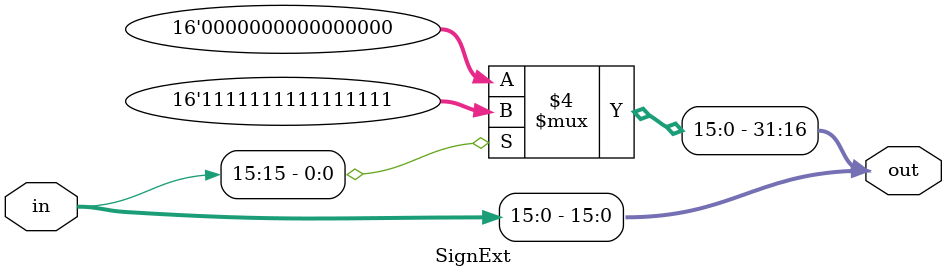
<source format=v>
`timescale 1ns/1ps
module SignExt(
	input [15:0]in,
	output reg[31:0]out
	);
	always@(*)
	begin
		if(in[15]==0)
			out=in;
		else
		begin
			out=in;
			out[31:16]=16'b1111111111111111;
		end
	end
endmodule
</source>
